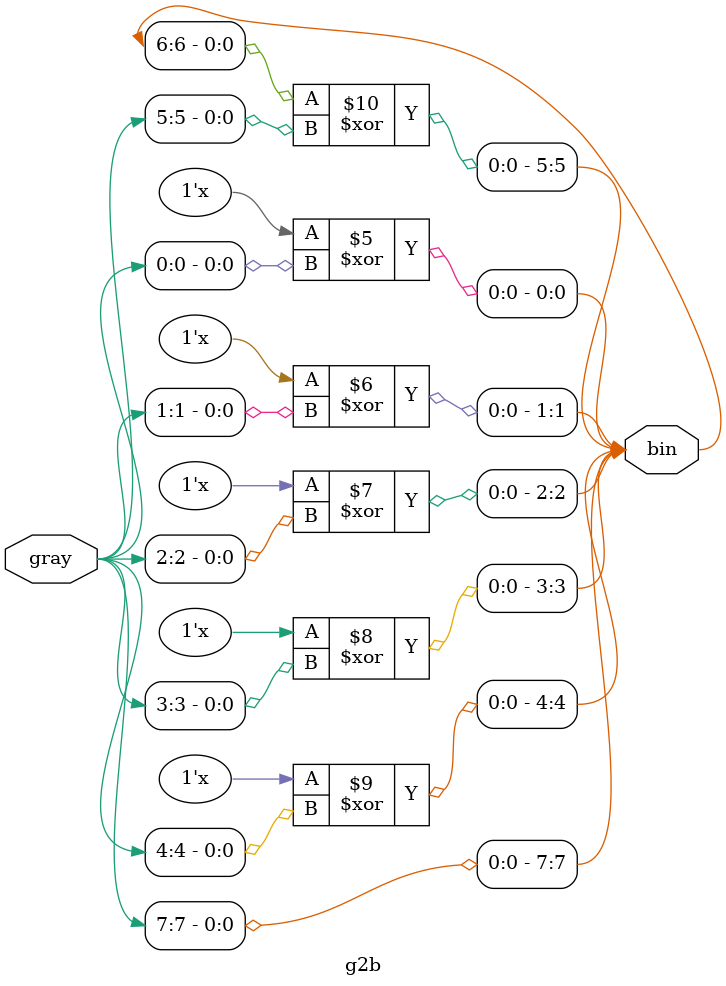
<source format=sv>
module AsyncFifo #(
    parameter W = 8,
    parameter DEPTH = 8
) (
    input wclk,
    input rclk,
    input wrst_n,
    input rrst_n,
    input w_en,
    input r_en,
    output full,
    output empty,
    input logic [W-1:0] data_in,
    output logic [W-1:0] data_out

);

  logic [W-1:0] fifo[DEPTH];  // NOT depth-1 because we can look at if
  // want pointer to be 1 additional bit larger
  // pointer size is a function of depth size
  //depth = $clog2(8) = 3 3-1:0 2:0. 3
  //$clog2(8) = 3 3:0
  localparam PTR_SIZE = $clog2(DEPTH);

  logic isMsbOne;
  logic [PTR_SIZE:0] wtPtr;
  logic [PTR_SIZE:0] rdPtr;
  logic [PTR_SIZE:0] wtPtr_Sync;
  logic [PTR_SIZE:0] rdPtr_Sync;
  logic [PTR_SIZE:0] wtPtr_Gray;
  logic [PTR_SIZE:0] rdPtr_Gray;


  /*
    write side, we are synchronous with wtPtr, must SYNC in rdPtr
    read side, we are synchronous with rdPtr, must SYNC in the wtPtr
  */

  always_comb begin
    isMsbOne = wtPtr[PTR_SIZE] ^ rdPtr_Sync[PTR_SIZE];
    empty = rdPtr == wtPtr_Sync;
    full = isMsbOne && wtPtr[PTR_SIZE-1:0] == rdPtr_Sync[PTR_SIZE-1:0];
  end

  always_ff @(posedge wclk) begin
    if(~wrst_n) begin
    end else begin
    end
  end

  always_ff @(posedge rclk) begin
    if(~rrst_n) begin
    end else begin
    end
  end

  //write -> read domain (wtPtr)
  b2g #(.CODE_SIZE (PTR_SIZE)) b2g_inst (
    .bin (wtPtr),
    .gray (wtPtr_Gray)
  );

  DualFFSync #(.W (PTR_SIZE)) wtSync (
    .clk (rclk),
    .rstn (rrst_n),
    .d_in (wtPtr_Gray),
    .q_sync (wtPtr_Sync)
  );

  //read -> write domain (rdPtr)
  b2g #(.CODE_SIZE (PTR_SIZE)) b2g_inst2 (
    .bin (rdPtr),
    .gray (rdPtr_Gray)
  );

  DualFFSync #(.W (PTR_SIZE)) rdSync (
    .clk (wclk),
    .rstn (wrst_n),
    .d_in (rdPtr_Gray),
    .q_sync (rdPtr_Sync)
  );

  //2FF for syncing pointers
  //b2g and g2b to convert to gray before syncing
endmodule

module DualFFSync #(
    parameter W = 8
) (
    input clk,
    input rstn,
    input [W-1:0] d_in,
    output [W-1:0] q_sync
);

  logic [W-1:0] d_meta;

  always_ff @(posedge clk) begin
    if (~resetn) begin
      q_out  <= 0;
      d_meta <= 0;
    end else begin
      d_meta <= d_in;
      q_out  <= d_meta;
    end
  end

endmodule

module b2g #(
    parameter CODE_SIZE = 8
) (
    input  [CODE_SIZE-1:0] bin,
    output [CODE_SIZE-1:0] gray
);

  // g[i] = b[i+1] ^ b[i]
  // g = b ^ (b >> 1)

  always_comb begin
    gray = bin ^ (bin >> 1);
  end
endmodule

module g2b #(
    parameter CODE_SIZE = 8
) (
    input  [CODE_SIZE-1:0] gray,
    output [CODE_SIZE-1:0] bin
);

  always_comb begin
    bin[CODE_SIZE-1] = gray[CODE_SIZE-1];

    for (int i = 0; i < CODE_SIZE - 2; i++) begin
      //bin[i] = b[i+1] ^ g[i]
      bin[i] = bin[i+1] ^ gray[i];
    end
  end
endmodule

</source>
